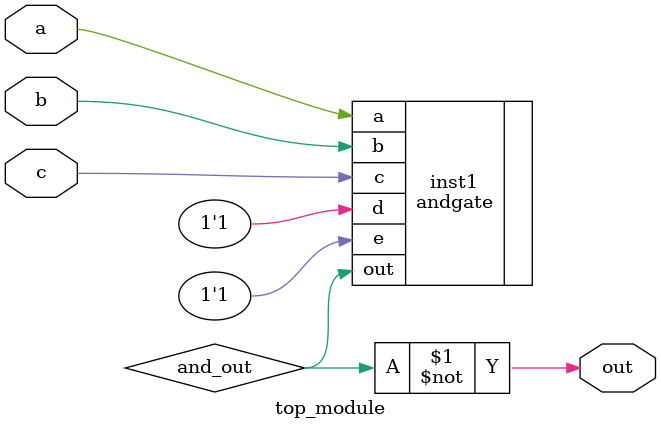
<source format=v>
module top_module (input a, input b, input c, output out);
    wire and_out;
    // Instantiate the 5-input AND gate with the last two inputs set to 1
    // This way, the three inputs directly determine the AND output
    andgate inst1 ( .out(and_out), .a(a), .b(b), .c(c), .d(1'b1), .e(1'b1) ); 
    // Implement the NAND functionality by inverting the output of AND gate
    assign out = ~and_out;
endmodule
</source>
